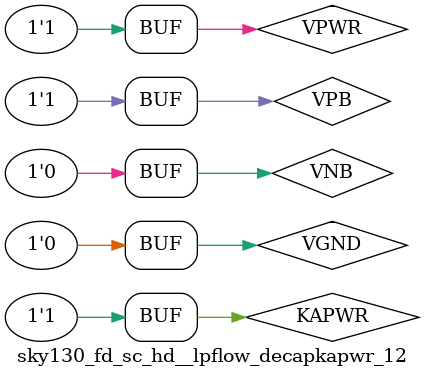
<source format=v>
/*
 * Copyright 2020 The SkyWater PDK Authors
 *
 * Licensed under the Apache License, Version 2.0 (the "License");
 * you may not use this file except in compliance with the License.
 * You may obtain a copy of the License at
 *
 *     https://www.apache.org/licenses/LICENSE-2.0
 *
 * Unless required by applicable law or agreed to in writing, software
 * distributed under the License is distributed on an "AS IS" BASIS,
 * WITHOUT WARRANTIES OR CONDITIONS OF ANY KIND, either express or implied.
 * See the License for the specific language governing permissions and
 * limitations under the License.
 *
 * SPDX-License-Identifier: Apache-2.0
*/


`ifndef SKY130_FD_SC_HD__LPFLOW_DECAPKAPWR_12_TIMING_V
`define SKY130_FD_SC_HD__LPFLOW_DECAPKAPWR_12_TIMING_V

/**
 * lpflow_decapkapwr: Decoupling capacitance filler on keep-alive
 *                    rail.
 *
 * Verilog simulation timing model.
 */

`timescale 1ns / 1ps
`default_nettype none

`celldefine
module sky130_fd_sc_hd__lpflow_decapkapwr_12 ();

    // Module supplies
    supply1 VPWR ;
    supply1 KAPWR;
    supply0 VGND ;
    supply1 VPB  ;
    supply0 VNB  ;
     // No contents.
endmodule
`endcelldefine

`default_nettype wire
`endif  // SKY130_FD_SC_HD__LPFLOW_DECAPKAPWR_12_TIMING_V

</source>
